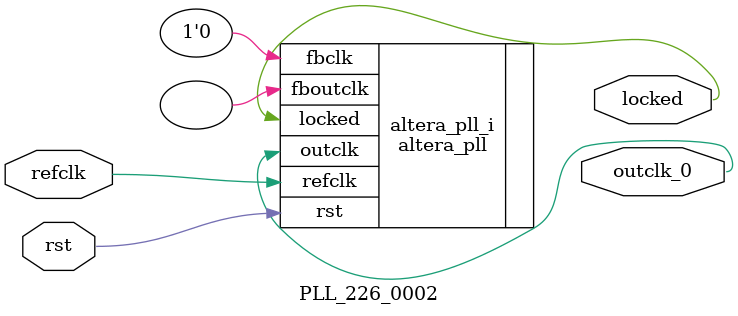
<source format=v>
`timescale 1ns/10ps
module  PLL_226_0002(

	// interface 'refclk'
	input wire refclk,

	// interface 'reset'
	input wire rst,

	// interface 'outclk0'
	output wire outclk_0,

	// interface 'locked'
	output wire locked
);

	altera_pll #(
		.fractional_vco_multiplier("false"),
		.reference_clock_frequency("50.0 MHz"),
		.operation_mode("direct"),
		.number_of_clocks(1),
		.output_clock_frequency0("226.562500 MHz"),
		.phase_shift0("0 ps"),
		.duty_cycle0(50),
		.output_clock_frequency1("0 MHz"),
		.phase_shift1("0 ps"),
		.duty_cycle1(50),
		.output_clock_frequency2("0 MHz"),
		.phase_shift2("0 ps"),
		.duty_cycle2(50),
		.output_clock_frequency3("0 MHz"),
		.phase_shift3("0 ps"),
		.duty_cycle3(50),
		.output_clock_frequency4("0 MHz"),
		.phase_shift4("0 ps"),
		.duty_cycle4(50),
		.output_clock_frequency5("0 MHz"),
		.phase_shift5("0 ps"),
		.duty_cycle5(50),
		.output_clock_frequency6("0 MHz"),
		.phase_shift6("0 ps"),
		.duty_cycle6(50),
		.output_clock_frequency7("0 MHz"),
		.phase_shift7("0 ps"),
		.duty_cycle7(50),
		.output_clock_frequency8("0 MHz"),
		.phase_shift8("0 ps"),
		.duty_cycle8(50),
		.output_clock_frequency9("0 MHz"),
		.phase_shift9("0 ps"),
		.duty_cycle9(50),
		.output_clock_frequency10("0 MHz"),
		.phase_shift10("0 ps"),
		.duty_cycle10(50),
		.output_clock_frequency11("0 MHz"),
		.phase_shift11("0 ps"),
		.duty_cycle11(50),
		.output_clock_frequency12("0 MHz"),
		.phase_shift12("0 ps"),
		.duty_cycle12(50),
		.output_clock_frequency13("0 MHz"),
		.phase_shift13("0 ps"),
		.duty_cycle13(50),
		.output_clock_frequency14("0 MHz"),
		.phase_shift14("0 ps"),
		.duty_cycle14(50),
		.output_clock_frequency15("0 MHz"),
		.phase_shift15("0 ps"),
		.duty_cycle15(50),
		.output_clock_frequency16("0 MHz"),
		.phase_shift16("0 ps"),
		.duty_cycle16(50),
		.output_clock_frequency17("0 MHz"),
		.phase_shift17("0 ps"),
		.duty_cycle17(50),
		.pll_type("General"),
		.pll_subtype("General")
	) altera_pll_i (
		.rst	(rst),
		.outclk	({outclk_0}),
		.locked	(locked),
		.fboutclk	( ),
		.fbclk	(1'b0),
		.refclk	(refclk)
	);
endmodule


</source>
